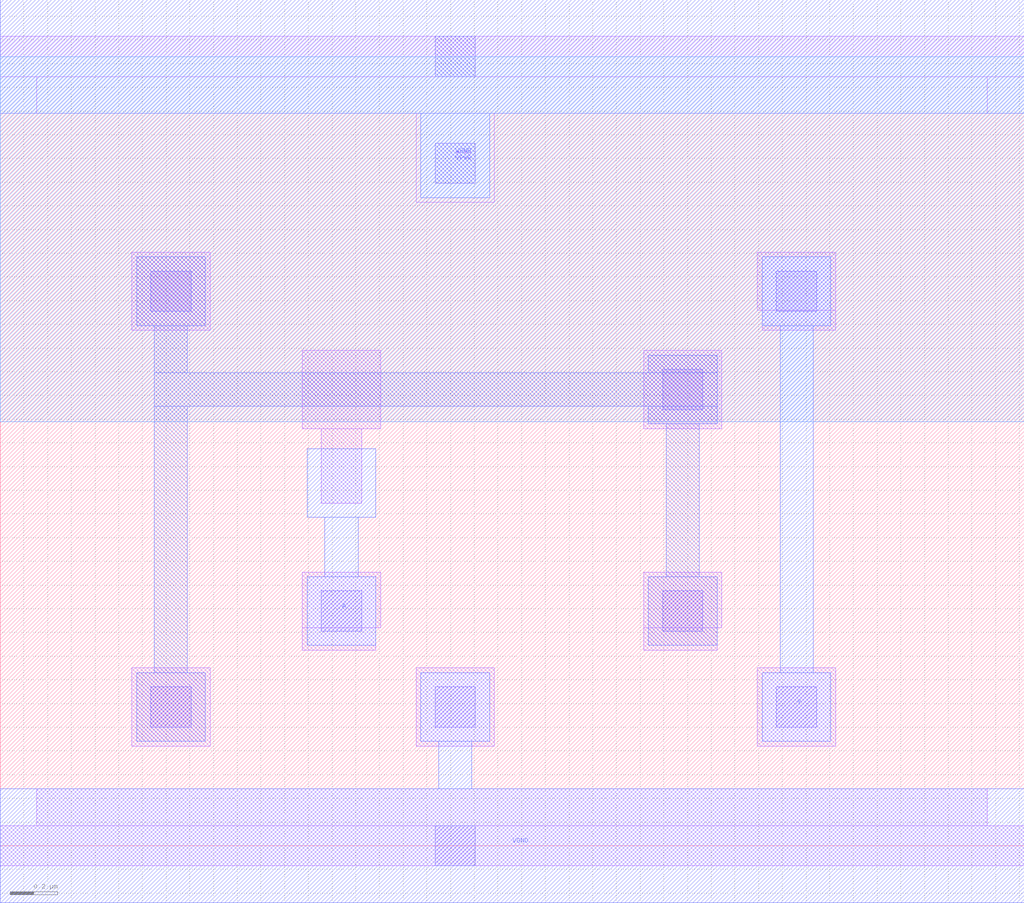
<source format=lef>
VERSION 5.7 ;
  NOWIREEXTENSIONATPIN ON ;
  DIVIDERCHAR "/" ;
  BUSBITCHARS "[]" ;
MACRO BUFX2
  CLASS CORE ;
  FOREIGN BUFX2 ;
  ORIGIN 0.000 0.000 ;
  SIZE 4.320 BY 3.330 ;
  SYMMETRY X Y ;
  SITE unit ;
  PIN A
    ANTENNAGATEAREA 0.189000 ;
    PORT
      LAYER met1 ;
        RECT 1.295 1.385 1.585 1.675 ;
        RECT 1.370 1.135 1.510 1.385 ;
        RECT 1.295 0.845 1.585 1.135 ;
    END
  END A
  PIN VGND
    ANTENNADIFFAREA 0.562100 ;
    PORT
      LAYER met1 ;
        RECT 1.775 0.440 2.065 0.730 ;
        RECT 1.850 0.240 1.990 0.440 ;
        RECT 0.000 -0.240 4.320 0.240 ;
    END
    PORT
      LAYER met1 ;
        RECT 0.000 3.090 4.320 3.570 ;
        RECT 1.775 2.735 2.065 3.090 ;
    END
  END VGND
  PIN VPWR
    ANTENNADIFFAREA 1.083600 ;
    PORT
      LAYER li1 ;
        RECT 0.000 3.245 4.320 3.415 ;
        RECT 0.155 3.090 4.165 3.245 ;
        RECT 1.755 2.715 2.085 3.090 ;
      LAYER mcon ;
        RECT 1.835 3.245 2.005 3.415 ;
        RECT 1.835 2.795 2.005 2.965 ;
    END
  END VPWR
  PIN Y
    ANTENNADIFFAREA 1.031650 ;
    PORT
      LAYER met1 ;
        RECT 3.215 2.195 3.505 2.485 ;
        RECT 3.290 0.730 3.430 2.195 ;
        RECT 3.215 0.440 3.505 0.730 ;
    END
  END Y
  OBS
      LAYER nwell ;
        RECT 0.000 1.790 4.320 3.330 ;
      LAYER li1 ;
        RECT 0.555 2.175 0.885 2.505 ;
        RECT 3.195 2.260 3.525 2.505 ;
        RECT 3.215 2.175 3.525 2.260 ;
        RECT 1.275 1.760 1.605 2.090 ;
        RECT 2.715 1.760 3.045 2.090 ;
        RECT 1.355 1.445 1.525 1.760 ;
        RECT 1.275 0.920 1.605 1.155 ;
        RECT 2.715 0.920 3.045 1.155 ;
        RECT 1.275 0.825 1.585 0.920 ;
        RECT 2.715 0.825 3.025 0.920 ;
        RECT 0.555 0.420 0.885 0.750 ;
        RECT 1.755 0.420 2.085 0.750 ;
        RECT 3.195 0.420 3.525 0.750 ;
        RECT 0.155 0.085 4.165 0.240 ;
        RECT 0.000 -0.085 4.320 0.085 ;
      LAYER mcon ;
        RECT 0.635 2.255 0.805 2.425 ;
        RECT 3.275 2.255 3.445 2.425 ;
        RECT 2.795 1.840 2.965 2.010 ;
        RECT 1.355 0.905 1.525 1.075 ;
        RECT 2.795 0.905 2.965 1.075 ;
        RECT 0.635 0.500 0.805 0.670 ;
        RECT 1.835 0.500 2.005 0.670 ;
        RECT 3.275 0.500 3.445 0.670 ;
        RECT 1.835 -0.085 2.005 0.085 ;
      LAYER met1 ;
        RECT 0.575 2.195 0.865 2.485 ;
        RECT 0.650 1.995 0.790 2.195 ;
        RECT 2.735 1.995 3.025 2.070 ;
        RECT 0.650 1.855 3.025 1.995 ;
        RECT 0.650 0.730 0.790 1.855 ;
        RECT 2.735 1.780 3.025 1.855 ;
        RECT 2.810 1.135 2.950 1.780 ;
        RECT 2.735 0.845 3.025 1.135 ;
        RECT 0.575 0.440 0.865 0.730 ;
  END
END BUFX2
END LIBRARY


</source>
